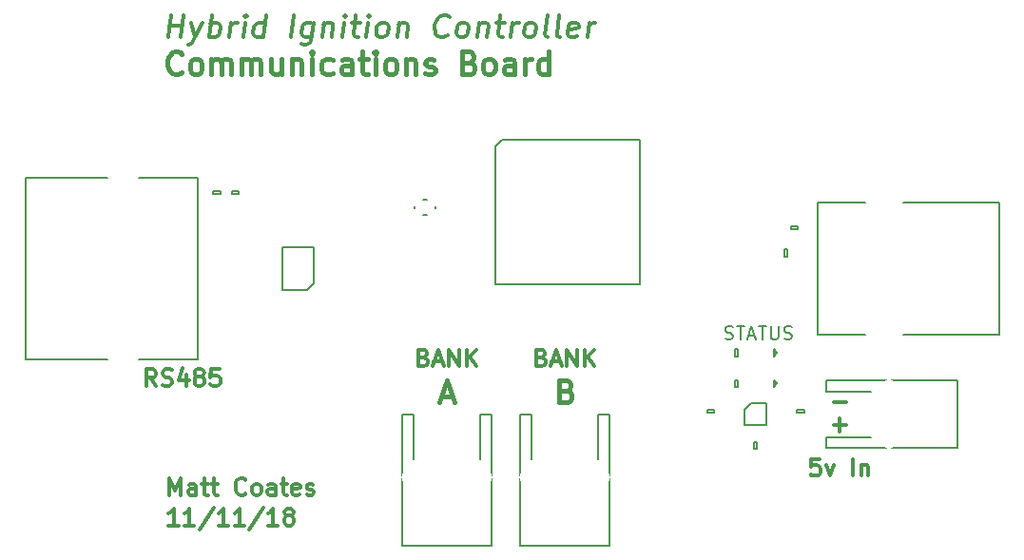
<source format=gbr>
G04 #@! TF.GenerationSoftware,KiCad,Pcbnew,5.0.1-33cea8e~68~ubuntu18.04.1*
G04 #@! TF.CreationDate,2018-11-12T14:49:47+00:00*
G04 #@! TF.ProjectId,comms,636F6D6D732E6B696361645F70636200,rev?*
G04 #@! TF.SameCoordinates,Original*
G04 #@! TF.FileFunction,Legend,Top*
G04 #@! TF.FilePolarity,Positive*
%FSLAX46Y46*%
G04 Gerber Fmt 4.6, Leading zero omitted, Abs format (unit mm)*
G04 Created by KiCad (PCBNEW 5.0.1-33cea8e~68~ubuntu18.04.1) date Mon 12 Nov 2018 14:49:47 GMT*
%MOMM*%
%LPD*%
G01*
G04 APERTURE LIST*
%ADD10C,0.300000*%
%ADD11C,0.400000*%
%ADD12C,0.200000*%
%ADD13C,0.150000*%
%ADD14R,0.620000X0.620000*%
%ADD15C,2.540000*%
%ADD16C,3.251200*%
%ADD17C,1.400000*%
%ADD18R,0.900000X0.750000*%
%ADD19R,0.750000X0.900000*%
%ADD20R,0.950000X1.000000*%
%ADD21R,1.500000X0.300000*%
%ADD22R,0.300000X1.500000*%
%ADD23R,1.450000X0.450000*%
%ADD24R,1.550000X0.600000*%
%ADD25C,1.200000*%
%ADD26C,1.600000*%
%ADD27C,1.500000*%
%ADD28C,3.200000*%
%ADD29C,0.787000*%
%ADD30C,1.000000*%
%ADD31R,1.000000X0.950000*%
%ADD32C,0.600000*%
%ADD33C,6.300000*%
%ADD34R,0.950000X0.850000*%
G04 APERTURE END LIST*
D10*
X32683095Y-76654761D02*
X32933095Y-74654761D01*
X32814047Y-75607142D02*
X33956904Y-75607142D01*
X33825952Y-76654761D02*
X34075952Y-74654761D01*
X34754523Y-75321428D02*
X35064047Y-76654761D01*
X35706904Y-75321428D02*
X35064047Y-76654761D01*
X34814047Y-77130952D01*
X34706904Y-77226190D01*
X34504523Y-77321428D01*
X36302142Y-76654761D02*
X36552142Y-74654761D01*
X36456904Y-75416666D02*
X36659285Y-75321428D01*
X37040238Y-75321428D01*
X37218809Y-75416666D01*
X37302142Y-75511904D01*
X37373571Y-75702380D01*
X37302142Y-76273809D01*
X37183095Y-76464285D01*
X37075952Y-76559523D01*
X36873571Y-76654761D01*
X36492619Y-76654761D01*
X36314047Y-76559523D01*
X38111666Y-76654761D02*
X38278333Y-75321428D01*
X38230714Y-75702380D02*
X38349761Y-75511904D01*
X38456904Y-75416666D01*
X38659285Y-75321428D01*
X38849761Y-75321428D01*
X39349761Y-76654761D02*
X39516428Y-75321428D01*
X39599761Y-74654761D02*
X39492619Y-74750000D01*
X39575952Y-74845238D01*
X39683095Y-74750000D01*
X39599761Y-74654761D01*
X39575952Y-74845238D01*
X41159285Y-76654761D02*
X41409285Y-74654761D01*
X41171190Y-76559523D02*
X40968809Y-76654761D01*
X40587857Y-76654761D01*
X40409285Y-76559523D01*
X40325952Y-76464285D01*
X40254523Y-76273809D01*
X40325952Y-75702380D01*
X40445000Y-75511904D01*
X40552142Y-75416666D01*
X40754523Y-75321428D01*
X41135476Y-75321428D01*
X41314047Y-75416666D01*
X43635476Y-76654761D02*
X43885476Y-74654761D01*
X45611666Y-75321428D02*
X45409285Y-76940476D01*
X45290238Y-77130952D01*
X45183095Y-77226190D01*
X44980714Y-77321428D01*
X44695000Y-77321428D01*
X44516428Y-77226190D01*
X45456904Y-76559523D02*
X45254523Y-76654761D01*
X44873571Y-76654761D01*
X44695000Y-76559523D01*
X44611666Y-76464285D01*
X44540238Y-76273809D01*
X44611666Y-75702380D01*
X44730714Y-75511904D01*
X44837857Y-75416666D01*
X45040238Y-75321428D01*
X45421190Y-75321428D01*
X45599761Y-75416666D01*
X46564047Y-75321428D02*
X46397380Y-76654761D01*
X46540238Y-75511904D02*
X46647380Y-75416666D01*
X46849761Y-75321428D01*
X47135476Y-75321428D01*
X47314047Y-75416666D01*
X47385476Y-75607142D01*
X47254523Y-76654761D01*
X48206904Y-76654761D02*
X48373571Y-75321428D01*
X48456904Y-74654761D02*
X48349761Y-74750000D01*
X48433095Y-74845238D01*
X48540238Y-74750000D01*
X48456904Y-74654761D01*
X48433095Y-74845238D01*
X49040238Y-75321428D02*
X49802142Y-75321428D01*
X49409285Y-74654761D02*
X49195000Y-76369047D01*
X49266428Y-76559523D01*
X49445000Y-76654761D01*
X49635476Y-76654761D01*
X50302142Y-76654761D02*
X50468809Y-75321428D01*
X50552142Y-74654761D02*
X50445000Y-74750000D01*
X50528333Y-74845238D01*
X50635476Y-74750000D01*
X50552142Y-74654761D01*
X50528333Y-74845238D01*
X51540238Y-76654761D02*
X51361666Y-76559523D01*
X51278333Y-76464285D01*
X51206904Y-76273809D01*
X51278333Y-75702380D01*
X51397380Y-75511904D01*
X51504523Y-75416666D01*
X51706904Y-75321428D01*
X51992619Y-75321428D01*
X52171190Y-75416666D01*
X52254523Y-75511904D01*
X52325952Y-75702380D01*
X52254523Y-76273809D01*
X52135476Y-76464285D01*
X52028333Y-76559523D01*
X51825952Y-76654761D01*
X51540238Y-76654761D01*
X53230714Y-75321428D02*
X53064047Y-76654761D01*
X53206904Y-75511904D02*
X53314047Y-75416666D01*
X53516428Y-75321428D01*
X53802142Y-75321428D01*
X53980714Y-75416666D01*
X54052142Y-75607142D01*
X53921190Y-76654761D01*
X57564047Y-76464285D02*
X57456904Y-76559523D01*
X57159285Y-76654761D01*
X56968809Y-76654761D01*
X56694999Y-76559523D01*
X56528333Y-76369047D01*
X56456904Y-76178571D01*
X56409285Y-75797619D01*
X56444999Y-75511904D01*
X56587857Y-75130952D01*
X56706904Y-74940476D01*
X56921190Y-74750000D01*
X57218809Y-74654761D01*
X57409285Y-74654761D01*
X57683095Y-74750000D01*
X57766428Y-74845238D01*
X58683095Y-76654761D02*
X58504523Y-76559523D01*
X58421190Y-76464285D01*
X58349761Y-76273809D01*
X58421190Y-75702380D01*
X58540238Y-75511904D01*
X58647380Y-75416666D01*
X58849761Y-75321428D01*
X59135476Y-75321428D01*
X59314047Y-75416666D01*
X59397380Y-75511904D01*
X59468809Y-75702380D01*
X59397380Y-76273809D01*
X59278333Y-76464285D01*
X59171190Y-76559523D01*
X58968809Y-76654761D01*
X58683095Y-76654761D01*
X60373571Y-75321428D02*
X60206904Y-76654761D01*
X60349761Y-75511904D02*
X60456904Y-75416666D01*
X60659285Y-75321428D01*
X60945000Y-75321428D01*
X61123571Y-75416666D01*
X61194999Y-75607142D01*
X61064047Y-76654761D01*
X61897380Y-75321428D02*
X62659285Y-75321428D01*
X62266428Y-74654761D02*
X62052142Y-76369047D01*
X62123571Y-76559523D01*
X62302142Y-76654761D01*
X62492619Y-76654761D01*
X63159285Y-76654761D02*
X63325952Y-75321428D01*
X63278333Y-75702380D02*
X63397380Y-75511904D01*
X63504523Y-75416666D01*
X63706904Y-75321428D01*
X63897380Y-75321428D01*
X64683095Y-76654761D02*
X64504523Y-76559523D01*
X64421190Y-76464285D01*
X64349761Y-76273809D01*
X64421190Y-75702380D01*
X64540238Y-75511904D01*
X64647380Y-75416666D01*
X64849761Y-75321428D01*
X65135476Y-75321428D01*
X65314047Y-75416666D01*
X65397380Y-75511904D01*
X65468809Y-75702380D01*
X65397380Y-76273809D01*
X65278333Y-76464285D01*
X65171190Y-76559523D01*
X64968809Y-76654761D01*
X64683095Y-76654761D01*
X66492619Y-76654761D02*
X66314047Y-76559523D01*
X66242619Y-76369047D01*
X66456904Y-74654761D01*
X67540238Y-76654761D02*
X67361666Y-76559523D01*
X67290238Y-76369047D01*
X67504523Y-74654761D01*
X69075952Y-76559523D02*
X68873571Y-76654761D01*
X68492619Y-76654761D01*
X68314047Y-76559523D01*
X68242619Y-76369047D01*
X68337857Y-75607142D01*
X68456904Y-75416666D01*
X68659285Y-75321428D01*
X69040238Y-75321428D01*
X69218809Y-75416666D01*
X69290238Y-75607142D01*
X69266428Y-75797619D01*
X68290238Y-75988095D01*
X70016428Y-76654761D02*
X70183095Y-75321428D01*
X70135476Y-75702380D02*
X70254523Y-75511904D01*
X70361666Y-75416666D01*
X70564047Y-75321428D01*
X70754523Y-75321428D01*
D11*
X68142857Y-108107142D02*
X68428571Y-108202380D01*
X68523809Y-108297619D01*
X68619047Y-108488095D01*
X68619047Y-108773809D01*
X68523809Y-108964285D01*
X68428571Y-109059523D01*
X68238095Y-109154761D01*
X67476190Y-109154761D01*
X67476190Y-107154761D01*
X68142857Y-107154761D01*
X68333333Y-107250000D01*
X68428571Y-107345238D01*
X68523809Y-107535714D01*
X68523809Y-107726190D01*
X68428571Y-107916666D01*
X68333333Y-108011904D01*
X68142857Y-108107142D01*
X67476190Y-108107142D01*
D10*
X65928571Y-105142857D02*
X66142857Y-105214285D01*
X66214285Y-105285714D01*
X66285714Y-105428571D01*
X66285714Y-105642857D01*
X66214285Y-105785714D01*
X66142857Y-105857142D01*
X66000000Y-105928571D01*
X65428571Y-105928571D01*
X65428571Y-104428571D01*
X65928571Y-104428571D01*
X66071428Y-104500000D01*
X66142857Y-104571428D01*
X66214285Y-104714285D01*
X66214285Y-104857142D01*
X66142857Y-105000000D01*
X66071428Y-105071428D01*
X65928571Y-105142857D01*
X65428571Y-105142857D01*
X66857142Y-105500000D02*
X67571428Y-105500000D01*
X66714285Y-105928571D02*
X67214285Y-104428571D01*
X67714285Y-105928571D01*
X68214285Y-105928571D02*
X68214285Y-104428571D01*
X69071428Y-105928571D01*
X69071428Y-104428571D01*
X69785714Y-105928571D02*
X69785714Y-104428571D01*
X70642857Y-105928571D02*
X70000000Y-105071428D01*
X70642857Y-104428571D02*
X69785714Y-105285714D01*
D11*
X57023809Y-108583333D02*
X57976190Y-108583333D01*
X56833333Y-109154761D02*
X57500000Y-107154761D01*
X58166666Y-109154761D01*
D12*
X82278571Y-103485714D02*
X82450000Y-103542857D01*
X82735714Y-103542857D01*
X82850000Y-103485714D01*
X82907142Y-103428571D01*
X82964285Y-103314285D01*
X82964285Y-103200000D01*
X82907142Y-103085714D01*
X82850000Y-103028571D01*
X82735714Y-102971428D01*
X82507142Y-102914285D01*
X82392857Y-102857142D01*
X82335714Y-102800000D01*
X82278571Y-102685714D01*
X82278571Y-102571428D01*
X82335714Y-102457142D01*
X82392857Y-102400000D01*
X82507142Y-102342857D01*
X82792857Y-102342857D01*
X82964285Y-102400000D01*
X83307142Y-102342857D02*
X83992857Y-102342857D01*
X83650000Y-103542857D02*
X83650000Y-102342857D01*
X84335714Y-103200000D02*
X84907142Y-103200000D01*
X84221428Y-103542857D02*
X84621428Y-102342857D01*
X85021428Y-103542857D01*
X85250000Y-102342857D02*
X85935714Y-102342857D01*
X85592857Y-103542857D02*
X85592857Y-102342857D01*
X86335714Y-102342857D02*
X86335714Y-103314285D01*
X86392857Y-103428571D01*
X86450000Y-103485714D01*
X86564285Y-103542857D01*
X86792857Y-103542857D01*
X86907142Y-103485714D01*
X86964285Y-103428571D01*
X87021428Y-103314285D01*
X87021428Y-102342857D01*
X87535714Y-103485714D02*
X87707142Y-103542857D01*
X87992857Y-103542857D01*
X88107142Y-103485714D01*
X88164285Y-103428571D01*
X88221428Y-103314285D01*
X88221428Y-103200000D01*
X88164285Y-103085714D01*
X88107142Y-103028571D01*
X87992857Y-102971428D01*
X87764285Y-102914285D01*
X87650000Y-102857142D01*
X87592857Y-102800000D01*
X87535714Y-102685714D01*
X87535714Y-102571428D01*
X87592857Y-102457142D01*
X87650000Y-102400000D01*
X87764285Y-102342857D01*
X88050000Y-102342857D01*
X88221428Y-102400000D01*
D10*
X91928571Y-109157142D02*
X93071428Y-109157142D01*
X91928571Y-111157142D02*
X93071428Y-111157142D01*
X92500000Y-111728571D02*
X92500000Y-110585714D01*
X90678571Y-114178571D02*
X89964285Y-114178571D01*
X89892857Y-114892857D01*
X89964285Y-114821428D01*
X90107142Y-114750000D01*
X90464285Y-114750000D01*
X90607142Y-114821428D01*
X90678571Y-114892857D01*
X90750000Y-115035714D01*
X90750000Y-115392857D01*
X90678571Y-115535714D01*
X90607142Y-115607142D01*
X90464285Y-115678571D01*
X90107142Y-115678571D01*
X89964285Y-115607142D01*
X89892857Y-115535714D01*
X91250000Y-114678571D02*
X91607142Y-115678571D01*
X91964285Y-114678571D01*
X93678571Y-115678571D02*
X93678571Y-114178571D01*
X94392857Y-114678571D02*
X94392857Y-115678571D01*
X94392857Y-114821428D02*
X94464285Y-114750000D01*
X94607142Y-114678571D01*
X94821428Y-114678571D01*
X94964285Y-114750000D01*
X95035714Y-114892857D01*
X95035714Y-115678571D01*
X31607142Y-107678571D02*
X31107142Y-106964285D01*
X30750000Y-107678571D02*
X30750000Y-106178571D01*
X31321428Y-106178571D01*
X31464285Y-106250000D01*
X31535714Y-106321428D01*
X31607142Y-106464285D01*
X31607142Y-106678571D01*
X31535714Y-106821428D01*
X31464285Y-106892857D01*
X31321428Y-106964285D01*
X30750000Y-106964285D01*
X32178571Y-107607142D02*
X32392857Y-107678571D01*
X32750000Y-107678571D01*
X32892857Y-107607142D01*
X32964285Y-107535714D01*
X33035714Y-107392857D01*
X33035714Y-107250000D01*
X32964285Y-107107142D01*
X32892857Y-107035714D01*
X32750000Y-106964285D01*
X32464285Y-106892857D01*
X32321428Y-106821428D01*
X32250000Y-106750000D01*
X32178571Y-106607142D01*
X32178571Y-106464285D01*
X32250000Y-106321428D01*
X32321428Y-106250000D01*
X32464285Y-106178571D01*
X32821428Y-106178571D01*
X33035714Y-106250000D01*
X34321428Y-106678571D02*
X34321428Y-107678571D01*
X33964285Y-106107142D02*
X33607142Y-107178571D01*
X34535714Y-107178571D01*
X35321428Y-106821428D02*
X35178571Y-106750000D01*
X35107142Y-106678571D01*
X35035714Y-106535714D01*
X35035714Y-106464285D01*
X35107142Y-106321428D01*
X35178571Y-106250000D01*
X35321428Y-106178571D01*
X35607142Y-106178571D01*
X35750000Y-106250000D01*
X35821428Y-106321428D01*
X35892857Y-106464285D01*
X35892857Y-106535714D01*
X35821428Y-106678571D01*
X35750000Y-106750000D01*
X35607142Y-106821428D01*
X35321428Y-106821428D01*
X35178571Y-106892857D01*
X35107142Y-106964285D01*
X35035714Y-107107142D01*
X35035714Y-107392857D01*
X35107142Y-107535714D01*
X35178571Y-107607142D01*
X35321428Y-107678571D01*
X35607142Y-107678571D01*
X35750000Y-107607142D01*
X35821428Y-107535714D01*
X35892857Y-107392857D01*
X35892857Y-107107142D01*
X35821428Y-106964285D01*
X35750000Y-106892857D01*
X35607142Y-106821428D01*
X37250000Y-106178571D02*
X36535714Y-106178571D01*
X36464285Y-106892857D01*
X36535714Y-106821428D01*
X36678571Y-106750000D01*
X37035714Y-106750000D01*
X37178571Y-106821428D01*
X37250000Y-106892857D01*
X37321428Y-107035714D01*
X37321428Y-107392857D01*
X37250000Y-107535714D01*
X37178571Y-107607142D01*
X37035714Y-107678571D01*
X36678571Y-107678571D01*
X36535714Y-107607142D01*
X36464285Y-107535714D01*
X55428571Y-105142857D02*
X55642857Y-105214285D01*
X55714285Y-105285714D01*
X55785714Y-105428571D01*
X55785714Y-105642857D01*
X55714285Y-105785714D01*
X55642857Y-105857142D01*
X55500000Y-105928571D01*
X54928571Y-105928571D01*
X54928571Y-104428571D01*
X55428571Y-104428571D01*
X55571428Y-104500000D01*
X55642857Y-104571428D01*
X55714285Y-104714285D01*
X55714285Y-104857142D01*
X55642857Y-105000000D01*
X55571428Y-105071428D01*
X55428571Y-105142857D01*
X54928571Y-105142857D01*
X56357142Y-105500000D02*
X57071428Y-105500000D01*
X56214285Y-105928571D02*
X56714285Y-104428571D01*
X57214285Y-105928571D01*
X57714285Y-105928571D02*
X57714285Y-104428571D01*
X58571428Y-105928571D01*
X58571428Y-104428571D01*
X59285714Y-105928571D02*
X59285714Y-104428571D01*
X60142857Y-105928571D02*
X59500000Y-105071428D01*
X60142857Y-104428571D02*
X59285714Y-105285714D01*
D11*
X33879047Y-79714285D02*
X33783809Y-79809523D01*
X33498095Y-79904761D01*
X33307619Y-79904761D01*
X33021904Y-79809523D01*
X32831428Y-79619047D01*
X32736190Y-79428571D01*
X32640952Y-79047619D01*
X32640952Y-78761904D01*
X32736190Y-78380952D01*
X32831428Y-78190476D01*
X33021904Y-78000000D01*
X33307619Y-77904761D01*
X33498095Y-77904761D01*
X33783809Y-78000000D01*
X33879047Y-78095238D01*
X35021904Y-79904761D02*
X34831428Y-79809523D01*
X34736190Y-79714285D01*
X34640952Y-79523809D01*
X34640952Y-78952380D01*
X34736190Y-78761904D01*
X34831428Y-78666666D01*
X35021904Y-78571428D01*
X35307619Y-78571428D01*
X35498095Y-78666666D01*
X35593333Y-78761904D01*
X35688571Y-78952380D01*
X35688571Y-79523809D01*
X35593333Y-79714285D01*
X35498095Y-79809523D01*
X35307619Y-79904761D01*
X35021904Y-79904761D01*
X36545714Y-79904761D02*
X36545714Y-78571428D01*
X36545714Y-78761904D02*
X36640952Y-78666666D01*
X36831428Y-78571428D01*
X37117142Y-78571428D01*
X37307619Y-78666666D01*
X37402857Y-78857142D01*
X37402857Y-79904761D01*
X37402857Y-78857142D02*
X37498095Y-78666666D01*
X37688571Y-78571428D01*
X37974285Y-78571428D01*
X38164761Y-78666666D01*
X38260000Y-78857142D01*
X38260000Y-79904761D01*
X39212380Y-79904761D02*
X39212380Y-78571428D01*
X39212380Y-78761904D02*
X39307619Y-78666666D01*
X39498095Y-78571428D01*
X39783809Y-78571428D01*
X39974285Y-78666666D01*
X40069523Y-78857142D01*
X40069523Y-79904761D01*
X40069523Y-78857142D02*
X40164761Y-78666666D01*
X40355238Y-78571428D01*
X40640952Y-78571428D01*
X40831428Y-78666666D01*
X40926666Y-78857142D01*
X40926666Y-79904761D01*
X42736190Y-78571428D02*
X42736190Y-79904761D01*
X41879047Y-78571428D02*
X41879047Y-79619047D01*
X41974285Y-79809523D01*
X42164761Y-79904761D01*
X42450476Y-79904761D01*
X42640952Y-79809523D01*
X42736190Y-79714285D01*
X43688571Y-78571428D02*
X43688571Y-79904761D01*
X43688571Y-78761904D02*
X43783809Y-78666666D01*
X43974285Y-78571428D01*
X44260000Y-78571428D01*
X44450476Y-78666666D01*
X44545714Y-78857142D01*
X44545714Y-79904761D01*
X45498095Y-79904761D02*
X45498095Y-78571428D01*
X45498095Y-77904761D02*
X45402857Y-78000000D01*
X45498095Y-78095238D01*
X45593333Y-78000000D01*
X45498095Y-77904761D01*
X45498095Y-78095238D01*
X47307619Y-79809523D02*
X47117142Y-79904761D01*
X46736190Y-79904761D01*
X46545714Y-79809523D01*
X46450476Y-79714285D01*
X46355238Y-79523809D01*
X46355238Y-78952380D01*
X46450476Y-78761904D01*
X46545714Y-78666666D01*
X46736190Y-78571428D01*
X47117142Y-78571428D01*
X47307619Y-78666666D01*
X49021904Y-79904761D02*
X49021904Y-78857142D01*
X48926666Y-78666666D01*
X48736190Y-78571428D01*
X48355238Y-78571428D01*
X48164761Y-78666666D01*
X49021904Y-79809523D02*
X48831428Y-79904761D01*
X48355238Y-79904761D01*
X48164761Y-79809523D01*
X48069523Y-79619047D01*
X48069523Y-79428571D01*
X48164761Y-79238095D01*
X48355238Y-79142857D01*
X48831428Y-79142857D01*
X49021904Y-79047619D01*
X49688571Y-78571428D02*
X50450476Y-78571428D01*
X49974285Y-77904761D02*
X49974285Y-79619047D01*
X50069523Y-79809523D01*
X50260000Y-79904761D01*
X50450476Y-79904761D01*
X51117142Y-79904761D02*
X51117142Y-78571428D01*
X51117142Y-77904761D02*
X51021904Y-78000000D01*
X51117142Y-78095238D01*
X51212380Y-78000000D01*
X51117142Y-77904761D01*
X51117142Y-78095238D01*
X52355238Y-79904761D02*
X52164761Y-79809523D01*
X52069523Y-79714285D01*
X51974285Y-79523809D01*
X51974285Y-78952380D01*
X52069523Y-78761904D01*
X52164761Y-78666666D01*
X52355238Y-78571428D01*
X52640952Y-78571428D01*
X52831428Y-78666666D01*
X52926666Y-78761904D01*
X53021904Y-78952380D01*
X53021904Y-79523809D01*
X52926666Y-79714285D01*
X52831428Y-79809523D01*
X52640952Y-79904761D01*
X52355238Y-79904761D01*
X53879047Y-78571428D02*
X53879047Y-79904761D01*
X53879047Y-78761904D02*
X53974285Y-78666666D01*
X54164761Y-78571428D01*
X54450476Y-78571428D01*
X54640952Y-78666666D01*
X54736190Y-78857142D01*
X54736190Y-79904761D01*
X55593333Y-79809523D02*
X55783809Y-79904761D01*
X56164761Y-79904761D01*
X56355238Y-79809523D01*
X56450476Y-79619047D01*
X56450476Y-79523809D01*
X56355238Y-79333333D01*
X56164761Y-79238095D01*
X55879047Y-79238095D01*
X55688571Y-79142857D01*
X55593333Y-78952380D01*
X55593333Y-78857142D01*
X55688571Y-78666666D01*
X55879047Y-78571428D01*
X56164761Y-78571428D01*
X56355238Y-78666666D01*
X59498095Y-78857142D02*
X59783809Y-78952380D01*
X59879047Y-79047619D01*
X59974285Y-79238095D01*
X59974285Y-79523809D01*
X59879047Y-79714285D01*
X59783809Y-79809523D01*
X59593333Y-79904761D01*
X58831428Y-79904761D01*
X58831428Y-77904761D01*
X59498095Y-77904761D01*
X59688571Y-78000000D01*
X59783809Y-78095238D01*
X59879047Y-78285714D01*
X59879047Y-78476190D01*
X59783809Y-78666666D01*
X59688571Y-78761904D01*
X59498095Y-78857142D01*
X58831428Y-78857142D01*
X61117142Y-79904761D02*
X60926666Y-79809523D01*
X60831428Y-79714285D01*
X60736190Y-79523809D01*
X60736190Y-78952380D01*
X60831428Y-78761904D01*
X60926666Y-78666666D01*
X61117142Y-78571428D01*
X61402857Y-78571428D01*
X61593333Y-78666666D01*
X61688571Y-78761904D01*
X61783809Y-78952380D01*
X61783809Y-79523809D01*
X61688571Y-79714285D01*
X61593333Y-79809523D01*
X61402857Y-79904761D01*
X61117142Y-79904761D01*
X63498095Y-79904761D02*
X63498095Y-78857142D01*
X63402857Y-78666666D01*
X63212380Y-78571428D01*
X62831428Y-78571428D01*
X62640952Y-78666666D01*
X63498095Y-79809523D02*
X63307619Y-79904761D01*
X62831428Y-79904761D01*
X62640952Y-79809523D01*
X62545714Y-79619047D01*
X62545714Y-79428571D01*
X62640952Y-79238095D01*
X62831428Y-79142857D01*
X63307619Y-79142857D01*
X63498095Y-79047619D01*
X64450476Y-79904761D02*
X64450476Y-78571428D01*
X64450476Y-78952380D02*
X64545714Y-78761904D01*
X64640952Y-78666666D01*
X64831428Y-78571428D01*
X65021904Y-78571428D01*
X66545714Y-79904761D02*
X66545714Y-77904761D01*
X66545714Y-79809523D02*
X66355238Y-79904761D01*
X65974285Y-79904761D01*
X65783809Y-79809523D01*
X65688571Y-79714285D01*
X65593333Y-79523809D01*
X65593333Y-78952380D01*
X65688571Y-78761904D01*
X65783809Y-78666666D01*
X65974285Y-78571428D01*
X66355238Y-78571428D01*
X66545714Y-78666666D01*
D10*
X33596159Y-120094971D02*
X32739016Y-120094971D01*
X33167587Y-120094971D02*
X33167587Y-118594971D01*
X33024730Y-118809257D01*
X32881873Y-118952114D01*
X32739016Y-119023542D01*
X35024730Y-120094971D02*
X34167587Y-120094971D01*
X34596159Y-120094971D02*
X34596159Y-118594971D01*
X34453302Y-118809257D01*
X34310444Y-118952114D01*
X34167587Y-119023542D01*
X36739016Y-118523542D02*
X35453302Y-120452114D01*
X38024730Y-120094971D02*
X37167587Y-120094971D01*
X37596159Y-120094971D02*
X37596159Y-118594971D01*
X37453302Y-118809257D01*
X37310444Y-118952114D01*
X37167587Y-119023542D01*
X39453302Y-120094971D02*
X38596159Y-120094971D01*
X39024730Y-120094971D02*
X39024730Y-118594971D01*
X38881873Y-118809257D01*
X38739016Y-118952114D01*
X38596159Y-119023542D01*
X41167587Y-118523542D02*
X39881873Y-120452114D01*
X42453302Y-120094971D02*
X41596159Y-120094971D01*
X42024730Y-120094971D02*
X42024730Y-118594971D01*
X41881873Y-118809257D01*
X41739016Y-118952114D01*
X41596159Y-119023542D01*
X43310444Y-119237828D02*
X43167587Y-119166400D01*
X43096159Y-119094971D01*
X43024730Y-118952114D01*
X43024730Y-118880685D01*
X43096159Y-118737828D01*
X43167587Y-118666400D01*
X43310444Y-118594971D01*
X43596159Y-118594971D01*
X43739016Y-118666400D01*
X43810444Y-118737828D01*
X43881873Y-118880685D01*
X43881873Y-118952114D01*
X43810444Y-119094971D01*
X43739016Y-119166400D01*
X43596159Y-119237828D01*
X43310444Y-119237828D01*
X43167587Y-119309257D01*
X43096159Y-119380685D01*
X43024730Y-119523542D01*
X43024730Y-119809257D01*
X43096159Y-119952114D01*
X43167587Y-120023542D01*
X43310444Y-120094971D01*
X43596159Y-120094971D01*
X43739016Y-120023542D01*
X43810444Y-119952114D01*
X43881873Y-119809257D01*
X43881873Y-119523542D01*
X43810444Y-119380685D01*
X43739016Y-119309257D01*
X43596159Y-119237828D01*
X32810444Y-117394971D02*
X32810444Y-115894971D01*
X33310444Y-116966400D01*
X33810444Y-115894971D01*
X33810444Y-117394971D01*
X35167587Y-117394971D02*
X35167587Y-116609257D01*
X35096159Y-116466400D01*
X34953302Y-116394971D01*
X34667587Y-116394971D01*
X34524730Y-116466400D01*
X35167587Y-117323542D02*
X35024730Y-117394971D01*
X34667587Y-117394971D01*
X34524730Y-117323542D01*
X34453302Y-117180685D01*
X34453302Y-117037828D01*
X34524730Y-116894971D01*
X34667587Y-116823542D01*
X35024730Y-116823542D01*
X35167587Y-116752114D01*
X35667587Y-116394971D02*
X36239016Y-116394971D01*
X35881873Y-115894971D02*
X35881873Y-117180685D01*
X35953302Y-117323542D01*
X36096159Y-117394971D01*
X36239016Y-117394971D01*
X36524730Y-116394971D02*
X37096159Y-116394971D01*
X36739016Y-115894971D02*
X36739016Y-117180685D01*
X36810444Y-117323542D01*
X36953302Y-117394971D01*
X37096159Y-117394971D01*
X39596159Y-117252114D02*
X39524730Y-117323542D01*
X39310444Y-117394971D01*
X39167587Y-117394971D01*
X38953302Y-117323542D01*
X38810444Y-117180685D01*
X38739016Y-117037828D01*
X38667587Y-116752114D01*
X38667587Y-116537828D01*
X38739016Y-116252114D01*
X38810444Y-116109257D01*
X38953302Y-115966400D01*
X39167587Y-115894971D01*
X39310444Y-115894971D01*
X39524730Y-115966400D01*
X39596159Y-116037828D01*
X40453302Y-117394971D02*
X40310444Y-117323542D01*
X40239016Y-117252114D01*
X40167587Y-117109257D01*
X40167587Y-116680685D01*
X40239016Y-116537828D01*
X40310444Y-116466400D01*
X40453302Y-116394971D01*
X40667587Y-116394971D01*
X40810444Y-116466400D01*
X40881873Y-116537828D01*
X40953302Y-116680685D01*
X40953302Y-117109257D01*
X40881873Y-117252114D01*
X40810444Y-117323542D01*
X40667587Y-117394971D01*
X40453302Y-117394971D01*
X42239016Y-117394971D02*
X42239016Y-116609257D01*
X42167587Y-116466400D01*
X42024730Y-116394971D01*
X41739016Y-116394971D01*
X41596159Y-116466400D01*
X42239016Y-117323542D02*
X42096159Y-117394971D01*
X41739016Y-117394971D01*
X41596159Y-117323542D01*
X41524730Y-117180685D01*
X41524730Y-117037828D01*
X41596159Y-116894971D01*
X41739016Y-116823542D01*
X42096159Y-116823542D01*
X42239016Y-116752114D01*
X42739016Y-116394971D02*
X43310444Y-116394971D01*
X42953302Y-115894971D02*
X42953302Y-117180685D01*
X43024730Y-117323542D01*
X43167587Y-117394971D01*
X43310444Y-117394971D01*
X44381873Y-117323542D02*
X44239016Y-117394971D01*
X43953302Y-117394971D01*
X43810444Y-117323542D01*
X43739016Y-117180685D01*
X43739016Y-116609257D01*
X43810444Y-116466400D01*
X43953302Y-116394971D01*
X44239016Y-116394971D01*
X44381873Y-116466400D01*
X44453302Y-116609257D01*
X44453302Y-116752114D01*
X43739016Y-116894971D01*
X45024730Y-117323542D02*
X45167587Y-117394971D01*
X45453302Y-117394971D01*
X45596159Y-117323542D01*
X45667587Y-117180685D01*
X45667587Y-117109257D01*
X45596159Y-116966400D01*
X45453302Y-116894971D01*
X45239016Y-116894971D01*
X45096159Y-116823542D01*
X45024730Y-116680685D01*
X45024730Y-116609257D01*
X45096159Y-116466400D01*
X45239016Y-116394971D01*
X45453302Y-116394971D01*
X45596159Y-116466400D01*
D13*
G04 #@! TO.C,IC4*
X35358302Y-89116400D02*
X30058302Y-89116400D01*
X27258302Y-89116400D02*
X19958302Y-89116400D01*
X19958302Y-89116400D02*
X19958302Y-105316400D01*
X19958302Y-105316400D02*
X27258302Y-105316400D01*
X30058302Y-105316400D02*
X35358302Y-105316400D01*
X35358302Y-105316400D02*
X35358302Y-89116400D01*
G04 #@! TO.C,C14*
X89333302Y-109791400D02*
X89333302Y-110041400D01*
X89333302Y-110041400D02*
X88683302Y-110041400D01*
X88683302Y-110041400D02*
X88683302Y-109791400D01*
X88683302Y-109791400D02*
X89333302Y-109791400D01*
G04 #@! TO.C,C16*
X84883302Y-113291400D02*
X84883302Y-112641400D01*
X85133302Y-113291400D02*
X84883302Y-113291400D01*
X85133302Y-112641400D02*
X85133302Y-113291400D01*
X84883302Y-112641400D02*
X85133302Y-112641400D01*
G04 #@! TO.C,C17*
X80683302Y-109791400D02*
X81333302Y-109791400D01*
X80683302Y-110041400D02*
X80683302Y-109791400D01*
X81333302Y-110041400D02*
X80683302Y-110041400D01*
X81333302Y-109791400D02*
X81333302Y-110041400D01*
G04 #@! TO.C,C18*
X88133302Y-93741400D02*
X88133302Y-93491400D01*
X88133302Y-93491400D02*
X88783302Y-93491400D01*
X88783302Y-93491400D02*
X88783302Y-93741400D01*
X88783302Y-93741400D02*
X88133302Y-93741400D01*
G04 #@! TO.C,D1*
X86883302Y-107466400D02*
X86633302Y-107791400D01*
X86883302Y-107466400D02*
X86633302Y-107141400D01*
X86633302Y-107791400D02*
X86633302Y-107141400D01*
G04 #@! TO.C,D2*
X86633302Y-105041400D02*
X86633302Y-104391400D01*
X86883302Y-104716400D02*
X86633302Y-104391400D01*
X86883302Y-104716400D02*
X86633302Y-105041400D01*
G04 #@! TO.C,IC1*
X62408302Y-85766400D02*
X74708302Y-85766400D01*
X74708302Y-85766400D02*
X74708302Y-98666400D01*
X74708302Y-98666400D02*
X61808302Y-98666400D01*
X61808302Y-98666400D02*
X61808302Y-86366400D01*
X61808302Y-86366400D02*
X62408302Y-85766400D01*
G04 #@! TO.C,IC2*
X84633302Y-109241400D02*
X85983302Y-109241400D01*
X85983302Y-109241400D02*
X85983302Y-111191400D01*
X85983302Y-111191400D02*
X84033302Y-111191400D01*
X84033302Y-111191400D02*
X84033302Y-109841400D01*
X84033302Y-109841400D02*
X84633302Y-109241400D01*
G04 #@! TO.C,IC3*
X45083302Y-99121400D02*
X42833302Y-99121400D01*
X42833302Y-99121400D02*
X42833302Y-95311400D01*
X42833302Y-95311400D02*
X45683302Y-95311400D01*
X45683302Y-95311400D02*
X45683302Y-98521400D01*
X45683302Y-98521400D02*
X45083302Y-99121400D01*
G04 #@! TO.C,J1*
X72008302Y-121916400D02*
X64008302Y-121916400D01*
X64008302Y-121916400D02*
X64008302Y-110216400D01*
X64008302Y-110216400D02*
X65008302Y-110216400D01*
X65008302Y-110216400D02*
X65008302Y-114216400D01*
X72008302Y-121916400D02*
X72008302Y-110216400D01*
X72008302Y-110216400D02*
X71008302Y-110216400D01*
X71008302Y-110216400D02*
X71008302Y-114216400D01*
G04 #@! TO.C,J2*
X60508302Y-110216400D02*
X60508302Y-114216400D01*
X61508302Y-110216400D02*
X60508302Y-110216400D01*
X61508302Y-121916400D02*
X61508302Y-110216400D01*
X54508302Y-110216400D02*
X54508302Y-114216400D01*
X53508302Y-110216400D02*
X54508302Y-110216400D01*
X53508302Y-121916400D02*
X53508302Y-110216400D01*
X61508302Y-121916400D02*
X53508302Y-121916400D01*
G04 #@! TO.C,J3*
X91258302Y-108216400D02*
X95258302Y-108216400D01*
X91258302Y-107216400D02*
X91258302Y-108216400D01*
X102958302Y-107216400D02*
X91258302Y-107216400D01*
X91258302Y-112216400D02*
X95258302Y-112216400D01*
X91258302Y-113216400D02*
X91258302Y-112216400D01*
X102958302Y-113216400D02*
X91258302Y-113216400D01*
X102958302Y-107216400D02*
X102958302Y-113216400D01*
G04 #@! TO.C,P1*
X90558302Y-103116400D02*
X94758302Y-103116400D01*
X94758302Y-103116400D02*
X94758302Y-103116400D01*
X98158302Y-103116400D02*
X106658302Y-103116400D01*
X106658302Y-103116400D02*
X106658302Y-91316400D01*
X106658302Y-91316400D02*
X98158302Y-91316400D01*
X98158302Y-91316400D02*
X98158302Y-91316400D01*
X94758302Y-91316400D02*
X90558302Y-91316400D01*
X90558302Y-91316400D02*
X90558302Y-103116400D01*
X90558302Y-103116400D02*
X90558302Y-103116400D01*
G04 #@! TO.C,R2*
X87783302Y-95491400D02*
X87783302Y-96141400D01*
X87533302Y-95491400D02*
X87783302Y-95491400D01*
X87533302Y-96141400D02*
X87533302Y-95491400D01*
X87783302Y-96141400D02*
X87533302Y-96141400D01*
G04 #@! TO.C,R4*
X83133302Y-107141400D02*
X83383302Y-107141400D01*
X83383302Y-107141400D02*
X83383302Y-107791400D01*
X83383302Y-107791400D02*
X83133302Y-107791400D01*
X83133302Y-107791400D02*
X83133302Y-107141400D01*
G04 #@! TO.C,R5*
X83133302Y-105041400D02*
X83133302Y-104391400D01*
X83383302Y-105041400D02*
X83133302Y-105041400D01*
X83383302Y-104391400D02*
X83383302Y-105041400D01*
X83133302Y-104391400D02*
X83383302Y-104391400D01*
G04 #@! TO.C,R6*
X38333302Y-90291400D02*
X38983302Y-90291400D01*
X38333302Y-90541400D02*
X38333302Y-90291400D01*
X38983302Y-90541400D02*
X38333302Y-90541400D01*
X38983302Y-90291400D02*
X38983302Y-90541400D01*
G04 #@! TO.C,R7*
X37333302Y-90341400D02*
X37333302Y-90591400D01*
X37333302Y-90591400D02*
X36683302Y-90591400D01*
X36683302Y-90591400D02*
X36683302Y-90341400D01*
X36683302Y-90341400D02*
X37333302Y-90341400D01*
G04 #@! TO.C,Y1*
X54658302Y-91716400D02*
X54658302Y-91816400D01*
X55708302Y-91066400D02*
X55408302Y-91066400D01*
X56458302Y-91716400D02*
X56458302Y-91816400D01*
X55708302Y-92466400D02*
X55408302Y-92466400D01*
G04 #@! TD*
%LPC*%
D14*
G04 #@! TO.C,C6*
X62258302Y-81166400D03*
X62258302Y-82066400D03*
G04 #@! TD*
D15*
G04 #@! TO.C,IC4*
X28687302Y-105344400D03*
X28687302Y-89088400D03*
D16*
X25258302Y-103566400D03*
X25258302Y-90866400D03*
D17*
X34402302Y-101788400D03*
X34402302Y-92644400D03*
X34402302Y-104074400D03*
X34402302Y-90358400D03*
X27798302Y-100772400D03*
X27798302Y-98740400D03*
X27798302Y-96708400D03*
X27798302Y-94676400D03*
X29576302Y-99756400D03*
X29576302Y-97724400D03*
X29576302Y-95692400D03*
X29576302Y-93660400D03*
G04 #@! TD*
D14*
G04 #@! TO.C,C1*
X57658302Y-91266400D03*
X57658302Y-92166400D03*
G04 #@! TD*
G04 #@! TO.C,C2*
X53458302Y-91366400D03*
X53458302Y-92266400D03*
G04 #@! TD*
G04 #@! TO.C,C3*
X58408302Y-88316400D03*
X57508302Y-88316400D03*
G04 #@! TD*
G04 #@! TO.C,C4*
X57508302Y-95516400D03*
X58408302Y-95516400D03*
G04 #@! TD*
G04 #@! TO.C,C5*
X75158302Y-103366400D03*
X75158302Y-102466400D03*
G04 #@! TD*
G04 #@! TO.C,C7*
X57508302Y-98116400D03*
X58408302Y-98116400D03*
G04 #@! TD*
G04 #@! TO.C,C8*
X58408302Y-89616400D03*
X57508302Y-89616400D03*
G04 #@! TD*
G04 #@! TO.C,C9*
X63258302Y-102366400D03*
X63258302Y-103266400D03*
G04 #@! TD*
G04 #@! TO.C,C10*
X78208302Y-86016400D03*
X79108302Y-86016400D03*
G04 #@! TD*
G04 #@! TO.C,C11*
X57508302Y-96816400D03*
X58408302Y-96816400D03*
G04 #@! TD*
G04 #@! TO.C,C12*
X78208302Y-87316400D03*
X79108302Y-87316400D03*
G04 #@! TD*
G04 #@! TO.C,C13*
X73958302Y-102466400D03*
X73958302Y-103366400D03*
G04 #@! TD*
D18*
G04 #@! TO.C,C14*
X89008302Y-109216400D03*
X89008302Y-110616400D03*
G04 #@! TD*
D14*
G04 #@! TO.C,C15*
X46108302Y-100916400D03*
X47008302Y-100916400D03*
G04 #@! TD*
D19*
G04 #@! TO.C,C16*
X85708302Y-112966400D03*
X84308302Y-112966400D03*
G04 #@! TD*
D18*
G04 #@! TO.C,C17*
X81008302Y-110616400D03*
X81008302Y-109216400D03*
G04 #@! TD*
G04 #@! TO.C,C18*
X88458302Y-94316400D03*
X88458302Y-92916400D03*
G04 #@! TD*
D14*
G04 #@! TO.C,C19*
X58408302Y-94216400D03*
X57508302Y-94216400D03*
G04 #@! TD*
D20*
G04 #@! TO.C,D1*
X87558302Y-107466400D03*
X85958302Y-107466400D03*
G04 #@! TD*
G04 #@! TO.C,D2*
X85958302Y-104716400D03*
X87558302Y-104716400D03*
G04 #@! TD*
D21*
G04 #@! TO.C,IC1*
X60558302Y-86216400D03*
X60558302Y-86716400D03*
X60558302Y-87216400D03*
X60558302Y-87716400D03*
X60558302Y-88216400D03*
X60558302Y-88716400D03*
X60558302Y-89216400D03*
X60558302Y-89716400D03*
X60558302Y-90216400D03*
X60558302Y-90716400D03*
X60558302Y-91216400D03*
X60558302Y-91716400D03*
X60558302Y-92216400D03*
X60558302Y-92716400D03*
X60558302Y-93216400D03*
X60558302Y-93716400D03*
X60558302Y-94216400D03*
X60558302Y-94716400D03*
X60558302Y-95216400D03*
X60558302Y-95716400D03*
X60558302Y-96216400D03*
X60558302Y-96716400D03*
X60558302Y-97216400D03*
X60558302Y-97716400D03*
X60558302Y-98216400D03*
D22*
X62258302Y-99916400D03*
X62758302Y-99916400D03*
X63258302Y-99916400D03*
X63758302Y-99916400D03*
X64258302Y-99916400D03*
X64758302Y-99916400D03*
X65258302Y-99916400D03*
X65758302Y-99916400D03*
X66258302Y-99916400D03*
X66758302Y-99916400D03*
X67258302Y-99916400D03*
X67758302Y-99916400D03*
X68258302Y-99916400D03*
X68758302Y-99916400D03*
X69258302Y-99916400D03*
X69758302Y-99916400D03*
X70258302Y-99916400D03*
X70758302Y-99916400D03*
X71258302Y-99916400D03*
X71758302Y-99916400D03*
X72258302Y-99916400D03*
X72758302Y-99916400D03*
X73258302Y-99916400D03*
X73758302Y-99916400D03*
X74258302Y-99916400D03*
D21*
X75958302Y-98216400D03*
X75958302Y-97716400D03*
X75958302Y-97216400D03*
X75958302Y-96716400D03*
X75958302Y-96216400D03*
X75958302Y-95716400D03*
X75958302Y-95216400D03*
X75958302Y-94716400D03*
X75958302Y-94216400D03*
X75958302Y-93716400D03*
X75958302Y-93216400D03*
X75958302Y-92716400D03*
X75958302Y-92216400D03*
X75958302Y-91716400D03*
X75958302Y-91216400D03*
X75958302Y-90716400D03*
X75958302Y-90216400D03*
X75958302Y-89716400D03*
X75958302Y-89216400D03*
X75958302Y-88716400D03*
X75958302Y-88216400D03*
X75958302Y-87716400D03*
X75958302Y-87216400D03*
X75958302Y-86716400D03*
X75958302Y-86216400D03*
D22*
X74258302Y-84516400D03*
X73758302Y-84516400D03*
X73258302Y-84516400D03*
X72758302Y-84516400D03*
X72258302Y-84516400D03*
X71758302Y-84516400D03*
X71258302Y-84516400D03*
X70758302Y-84516400D03*
X70258302Y-84516400D03*
X69758302Y-84516400D03*
X69258302Y-84516400D03*
X68758302Y-84516400D03*
X68258302Y-84516400D03*
X67758302Y-84516400D03*
X67258302Y-84516400D03*
X66758302Y-84516400D03*
X66258302Y-84516400D03*
X65758302Y-84516400D03*
X65258302Y-84516400D03*
X64758302Y-84516400D03*
X64258302Y-84516400D03*
X63758302Y-84516400D03*
X63258302Y-84516400D03*
X62758302Y-84516400D03*
X62258302Y-84516400D03*
G04 #@! TD*
D23*
G04 #@! TO.C,IC2*
X82808302Y-109241400D03*
X82808302Y-109891400D03*
X82808302Y-110541400D03*
X82808302Y-111191400D03*
X87208302Y-111191400D03*
X87208302Y-110541400D03*
X87208302Y-109891400D03*
X87208302Y-109241400D03*
G04 #@! TD*
D24*
G04 #@! TO.C,IC3*
X46958302Y-99121400D03*
X46958302Y-97851400D03*
X46958302Y-96581400D03*
X46958302Y-95311400D03*
X41558302Y-95311400D03*
X41558302Y-96581400D03*
X41558302Y-97851400D03*
X41558302Y-99121400D03*
G04 #@! TD*
D25*
G04 #@! TO.C,J1*
X64508302Y-115816400D03*
X71508302Y-115816400D03*
D26*
X66008302Y-113716400D03*
X68008302Y-113716400D03*
X70008302Y-113716400D03*
G04 #@! TD*
G04 #@! TO.C,J2*
X59508302Y-113716400D03*
X57508302Y-113716400D03*
X55508302Y-113716400D03*
D25*
X61008302Y-115816400D03*
X54008302Y-115816400D03*
G04 #@! TD*
D26*
G04 #@! TO.C,J3*
X94758302Y-109216400D03*
X94758302Y-111216400D03*
D25*
X96858302Y-107716400D03*
X96858302Y-112716400D03*
G04 #@! TD*
D27*
G04 #@! TO.C,P1*
X91758302Y-95966400D03*
X91758302Y-98466400D03*
X93758302Y-98466400D03*
X93758302Y-95966400D03*
D28*
X96468302Y-91196400D03*
X96468302Y-103236400D03*
G04 #@! TD*
D29*
G04 #@! TO.C,P2*
X81068302Y-80065400D03*
X81068302Y-81335400D03*
X79798302Y-80065400D03*
X79798302Y-81335400D03*
X78528302Y-80065400D03*
X78528302Y-81335400D03*
D30*
X82338302Y-80700400D03*
X77258302Y-79684400D03*
X77258302Y-81716400D03*
G04 #@! TD*
D14*
G04 #@! TO.C,R1*
X55708302Y-93716400D03*
X54808302Y-93716400D03*
G04 #@! TD*
D20*
G04 #@! TO.C,R2*
X86858302Y-95816400D03*
X88458302Y-95816400D03*
G04 #@! TD*
D14*
G04 #@! TO.C,R3*
X39658302Y-98066400D03*
X39658302Y-98966400D03*
G04 #@! TD*
D20*
G04 #@! TO.C,R4*
X82458302Y-107466400D03*
X84058302Y-107466400D03*
G04 #@! TD*
G04 #@! TO.C,R5*
X84058302Y-104716400D03*
X82458302Y-104716400D03*
G04 #@! TD*
D31*
G04 #@! TO.C,R6*
X38658302Y-91216400D03*
X38658302Y-89616400D03*
G04 #@! TD*
G04 #@! TO.C,R7*
X37008302Y-89666400D03*
X37008302Y-91266400D03*
G04 #@! TD*
D30*
G04 #@! TO.C,TP1*
X85058302Y-114616400D03*
G04 #@! TD*
D32*
G04 #@! TO.C,X5*
X24958302Y-120516400D03*
X24958302Y-116916400D03*
X28558302Y-120516400D03*
X28558302Y-116916400D03*
X26758302Y-116216400D03*
X24258302Y-118716400D03*
X26758302Y-121216400D03*
X29258302Y-118716400D03*
D33*
X26758302Y-118716400D03*
G04 #@! TD*
G04 #@! TO.C,X6*
X26758302Y-75716400D03*
D32*
X29258302Y-75716400D03*
X26758302Y-78216400D03*
X24258302Y-75716400D03*
X26758302Y-73216400D03*
X28558302Y-73916400D03*
X28558302Y-77516400D03*
X24958302Y-73916400D03*
X24958302Y-77516400D03*
G04 #@! TD*
G04 #@! TO.C,X8*
X97958302Y-120516400D03*
X97958302Y-116916400D03*
X101558302Y-120516400D03*
X101558302Y-116916400D03*
X99758302Y-116216400D03*
X97258302Y-118716400D03*
X99758302Y-121216400D03*
X102258302Y-118716400D03*
D33*
X99758302Y-118716400D03*
G04 #@! TD*
G04 #@! TO.C,X9*
X99758302Y-75716400D03*
D32*
X102258302Y-75716400D03*
X99758302Y-78216400D03*
X97258302Y-75716400D03*
X99758302Y-73216400D03*
X101558302Y-73916400D03*
X101558302Y-77516400D03*
X97958302Y-73916400D03*
X97958302Y-77516400D03*
G04 #@! TD*
D34*
G04 #@! TO.C,Y1*
X56283302Y-91191400D03*
X54833302Y-91191400D03*
X54833302Y-92341400D03*
X56283302Y-92341400D03*
G04 #@! TD*
D14*
G04 #@! TO.C,D3*
X88150000Y-99100000D03*
X89050000Y-99100000D03*
G04 #@! TD*
G04 #@! TO.C,D4*
X89050000Y-101500000D03*
X88150000Y-101500000D03*
G04 #@! TD*
G04 #@! TO.C,D5*
X89050000Y-100300000D03*
X88150000Y-100300000D03*
G04 #@! TD*
G04 #@! TO.C,D6*
X66000000Y-110850000D03*
X66000000Y-111750000D03*
G04 #@! TD*
G04 #@! TO.C,D7*
X68000000Y-111650000D03*
X68000000Y-110750000D03*
G04 #@! TD*
G04 #@! TO.C,D8*
X55500000Y-110850000D03*
X55500000Y-111750000D03*
G04 #@! TD*
G04 #@! TO.C,D9*
X57500000Y-111750000D03*
X57500000Y-110850000D03*
G04 #@! TD*
M02*

</source>
